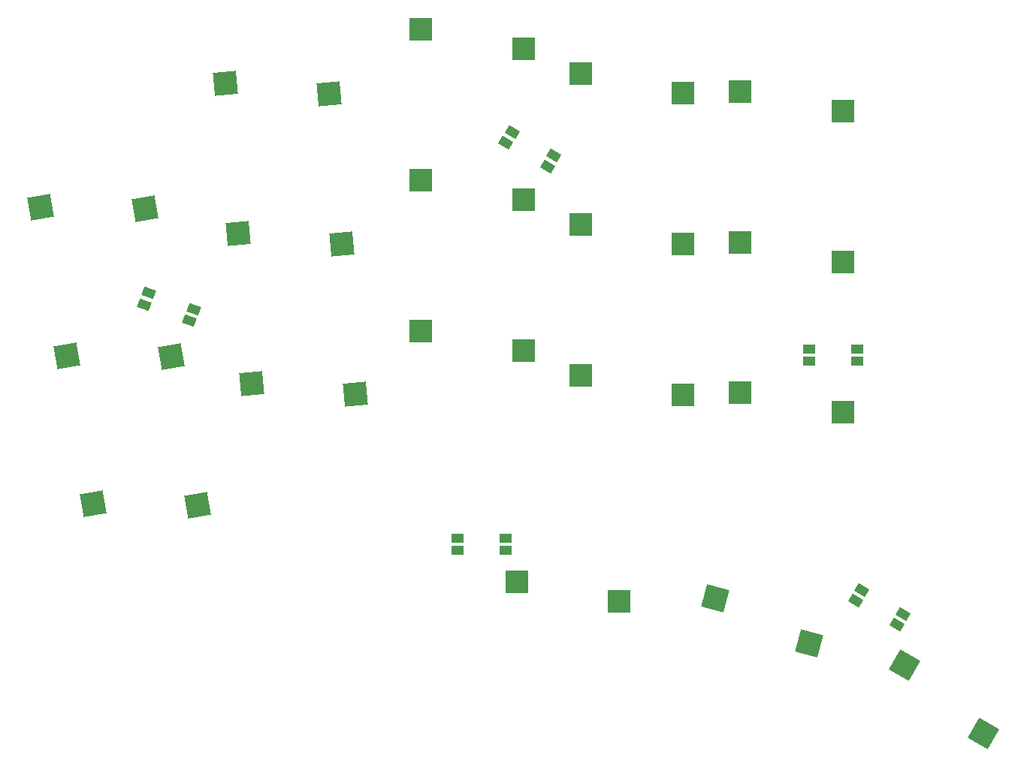
<source format=gbr>
%TF.GenerationSoftware,KiCad,Pcbnew,9.0.3*%
%TF.CreationDate,2025-07-20T18:48:35+02:00*%
%TF.ProjectId,kdb-v1,6b64622d-7631-42e6-9b69-6361645f7063,v1.0.0*%
%TF.SameCoordinates,Original*%
%TF.FileFunction,Paste,Bot*%
%TF.FilePolarity,Positive*%
%FSLAX46Y46*%
G04 Gerber Fmt 4.6, Leading zero omitted, Abs format (unit mm)*
G04 Created by KiCad (PCBNEW 9.0.3) date 2025-07-20 18:48:35*
%MOMM*%
%LPD*%
G01*
G04 APERTURE LIST*
G04 Aperture macros list*
%AMRotRect*
0 Rectangle, with rotation*
0 The origin of the aperture is its center*
0 $1 length*
0 $2 width*
0 $3 Rotation angle, in degrees counterclockwise*
0 Add horizontal line*
21,1,$1,$2,0,0,$3*%
G04 Aperture macros list end*
%ADD10R,2.600000X2.600000*%
%ADD11RotRect,2.600000X2.600000X5.000000*%
%ADD12RotRect,2.600000X2.600000X330.000000*%
%ADD13RotRect,2.600000X2.600000X345.000000*%
%ADD14RotRect,2.600000X2.600000X10.000000*%
%ADD15R,1.400000X1.000000*%
%ADD16RotRect,1.400000X1.000000X330.000000*%
%ADD17RotRect,1.400000X1.000000X340.000000*%
G04 APERTURE END LIST*
D10*
%TO.C,S10*%
X150672865Y-80192410D03*
X162222865Y-82392410D03*
%TD*%
D11*
%TO.C,S6*%
X110624379Y-47270605D03*
X122322170Y-48455584D03*
%TD*%
D10*
%TO.C,S14*%
X168672865Y-65192410D03*
X180222865Y-67392410D03*
%TD*%
D12*
%TO.C,S18*%
X187200630Y-112907614D03*
X196103223Y-120587870D03*
%TD*%
D10*
%TO.C,S12*%
X150672865Y-46192410D03*
X162222865Y-48392410D03*
%TD*%
%TO.C,S8*%
X132672865Y-58192410D03*
X144222865Y-60392410D03*
%TD*%
%TO.C,S11*%
X150672865Y-63192410D03*
X162222865Y-65392410D03*
%TD*%
%TO.C,S15*%
X168672865Y-48192410D03*
X180222865Y-50392410D03*
%TD*%
D13*
%TO.C,S17*%
X165824431Y-105347519D03*
X176411473Y-110461916D03*
%TD*%
D14*
%TO.C,S3*%
X89837510Y-61225628D03*
X101594065Y-61386568D03*
%TD*%
D10*
%TO.C,S9*%
X132672865Y-41192410D03*
X144222865Y-43392410D03*
%TD*%
D11*
%TO.C,S5*%
X112106027Y-64205915D03*
X123803818Y-65390894D03*
%TD*%
D10*
%TO.C,S7*%
X132672865Y-75192410D03*
X144222865Y-77392410D03*
%TD*%
D14*
%TO.C,S1*%
X95741548Y-94709092D03*
X107498103Y-94870032D03*
%TD*%
D11*
%TO.C,S4*%
X113587675Y-81141225D03*
X125285466Y-82326204D03*
%TD*%
D10*
%TO.C,S16*%
X143472865Y-103492410D03*
X155022865Y-105692410D03*
%TD*%
D14*
%TO.C,S2*%
X92789529Y-77967360D03*
X104546084Y-78128300D03*
%TD*%
D10*
%TO.C,S13*%
X168672865Y-82192410D03*
X180222865Y-84392410D03*
%TD*%
D15*
%TO.C,LED5*%
X142247865Y-98542410D03*
X142247865Y-99942410D03*
X136847865Y-99942410D03*
X136847865Y-98542410D03*
%TD*%
D16*
%TO.C,LED4*%
X187055903Y-107108288D03*
X186355903Y-108320724D03*
X181679365Y-105620724D03*
X182379365Y-104408288D03*
%TD*%
D15*
%TO.C,LED3*%
X181847865Y-77242410D03*
X181847865Y-78642410D03*
X176447865Y-78642410D03*
X176447865Y-77242410D03*
%TD*%
D16*
%TO.C,LED2*%
X147636134Y-55436192D03*
X146936134Y-56648628D03*
X142259596Y-53948628D03*
X142959596Y-52736192D03*
%TD*%
D17*
%TO.C,LED1*%
X107064224Y-72753152D03*
X106585396Y-74068721D03*
X101511056Y-72221812D03*
X101989884Y-70906243D03*
%TD*%
M02*

</source>
